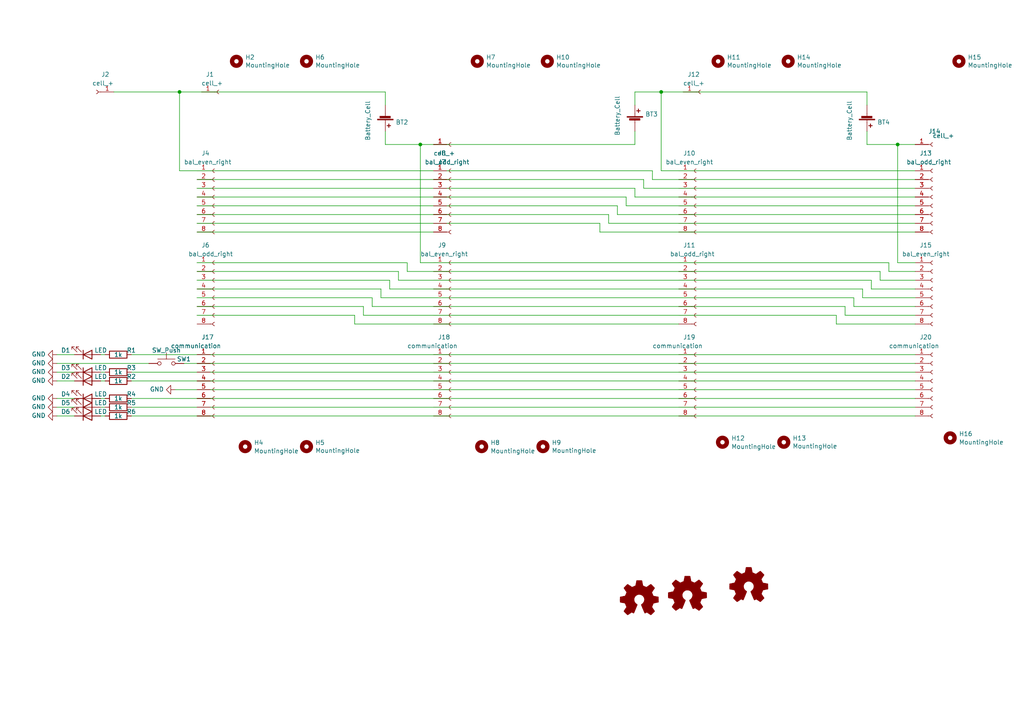
<source format=kicad_sch>
(kicad_sch (version 20230121) (generator eeschema)
  (paper "A4")
  (lib_symbols
    (symbol "Connector:Conn_01x01_Socket" (pin_names (offset 1.016) hide)
      (property "Reference" "J" (at 0 2.54 0))
      (property "Value" "Conn_01x01_Socket" (at 0 -2.54 0))
      (symbol "Conn_01x01_Socket_1_1"
        (polyline (pts (xy -1.27 0) (xy -0.508 0)) (stroke (width 0.1524)))
        (arc (start 0 0.508) (mid -0.5058 0) (end 0 -0.508) (stroke (width 0.1524)))
        (pin passive line (at -5.08 0 0) (length 3.81) (name "Pin_1") (number "1"))
      )
    )
    (symbol "Connector:Conn_01x08_Socket" (pin_names (offset 1.016) hide)
      (property "Reference" "J" (at 0 10.16 0))
      (property "Value" "Conn_01x08_Socket" (at 0 -12.7 0))
      (symbol "Conn_01x08_Socket_1_1"
        (arc (start 0 -9.652) (mid -0.5058 -10.16) (end 0 -10.668) (stroke (width 0.1524)))
        (arc (start 0 -7.112) (mid -0.5058 -7.62) (end 0 -8.128) (stroke (width 0.1524)))
        (arc (start 0 -4.572) (mid -0.5058 -5.08) (end 0 -5.588) (stroke (width 0.1524)))
        (arc (start 0 -2.032) (mid -0.5058 -2.54) (end 0 -3.048) (stroke (width 0.1524)))
        (polyline (pts (xy -1.27 -10.16) (xy -0.508 -10.16)) (stroke (width 0.1524)))
        (polyline (pts (xy -1.27 -7.62) (xy -0.508 -7.62)) (stroke (width 0.1524)))
        (polyline (pts (xy -1.27 -5.08) (xy -0.508 -5.08)) (stroke (width 0.1524)))
        (polyline (pts (xy -1.27 -2.54) (xy -0.508 -2.54)) (stroke (width 0.1524)))
        (polyline (pts (xy -1.27 0) (xy -0.508 0)) (stroke (width 0.1524)))
        (polyline (pts (xy -1.27 2.54) (xy -0.508 2.54)) (stroke (width 0.1524)))
        (polyline (pts (xy -1.27 5.08) (xy -0.508 5.08)) (stroke (width 0.1524)))
        (polyline (pts (xy -1.27 7.62) (xy -0.508 7.62)) (stroke (width 0.1524)))
        (arc (start 0 0.508) (mid -0.5058 0) (end 0 -0.508) (stroke (width 0.1524)))
        (arc (start 0 3.048) (mid -0.5058 2.54) (end 0 2.032) (stroke (width 0.1524)))
        (arc (start 0 5.588) (mid -0.5058 5.08) (end 0 4.572) (stroke (width 0.1524)))
        (arc (start 0 8.128) (mid -0.5058 7.62) (end 0 7.112) (stroke (width 0.1524)))
        (pin passive line (at -5.08 7.62 0) (length 3.81) (name "Pin_1") (number "1"))
        (pin passive line (at -5.08 5.08 0) (length 3.81) (name "Pin_2") (number "2"))
        (pin passive line (at -5.08 2.54 0) (length 3.81) (name "Pin_3") (number "3"))
        (pin passive line (at -5.08 0 0) (length 3.81) (name "Pin_4") (number "4"))
        (pin passive line (at -5.08 -2.54 0) (length 3.81) (name "Pin_5") (number "5"))
        (pin passive line (at -5.08 -5.08 0) (length 3.81) (name "Pin_6") (number "6"))
        (pin passive line (at -5.08 -7.62 0) (length 3.81) (name "Pin_7") (number "7"))
        (pin passive line (at -5.08 -10.16 0) (length 3.81) (name "Pin_8") (number "8"))
      )
    )
    (symbol "Device:Battery_Cell" (pin_numbers hide) (pin_names (offset 0) hide)
      (property "Reference" "BT" (at 2.54 2.54 0))
      (property "Value" "Battery_Cell" (at 2.54 0 0))
      (symbol "Battery_Cell_0_1"
        (rectangle (start -2.286 1.778) (end 2.286 1.524) (fill (type outline)))
        (rectangle (start -1.5748 1.1938) (end 1.4732 0.6858) (fill (type outline)))
        (polyline (pts (xy 0 0.762) (xy 0 0)))
        (polyline (pts (xy 0 1.778) (xy 0 2.54)))
        (polyline (pts (xy 0.508 3.429) (xy 1.524 3.429)) (stroke (width 0.254)))
        (polyline (pts (xy 1.016 3.937) (xy 1.016 2.921)) (stroke (width 0.254)))
      )
      (symbol "Battery_Cell_1_1"
        (pin passive line (at 0 5.08 270) (length 2.54) (name "+") (number "1"))
        (pin passive line (at 0 -2.54 90) (length 2.54) (name "-") (number "2"))
      )
    )
    (symbol "Device:LED" (pin_numbers hide) (pin_names (offset 1.016) hide)
      (property "Reference" "D" (at 0 2.54 0))
      (property "Value" "LED" (at 0 -2.54 0))
      (symbol "LED_0_1"
        (polyline (pts (xy -1.27 -1.27) (xy -1.27 1.27)) (stroke (width 0.254)))
        (polyline (pts (xy -1.27 0) (xy 1.27 0)))
        (polyline (pts (xy 1.27 -1.27) (xy 1.27 1.27) (xy -1.27 0) (xy 1.27 -1.27)) (stroke (width 0.254)))
        (polyline (pts (xy -3.048 -0.762) (xy -4.572 -2.286) (xy -3.81 -2.286) (xy -4.572 -2.286) (xy -4.572 -1.524)))
        (polyline (pts (xy -1.778 -0.762) (xy -3.302 -2.286) (xy -2.54 -2.286) (xy -3.302 -2.286) (xy -3.302 -1.524)))
      )
      (symbol "LED_1_1"
        (pin passive line (at -3.81 0 0) (length 2.54) (name "K") (number "1"))
        (pin passive line (at 3.81 0 180) (length 2.54) (name "A") (number "2"))
      )
    )
    (symbol "Device:R" (pin_numbers hide) (pin_names (offset 0))
      (property "Reference" "R" (at 2.032 0 90))
      (property "Value" "R" (at 0 0 90))
      (symbol "R_0_1"
        (rectangle (start -1.016 -2.54) (end 1.016 2.54) (stroke (width 0.254)))
      )
      (symbol "R_1_1"
        (pin passive line (at 0 3.81 270) (length 1.27) (name "~") (number "1"))
        (pin passive line (at 0 -3.81 90) (length 1.27) (name "~") (number "2"))
      )
    )
    (symbol "Graphic:Logo_Open_Hardware_Small" (in_bom no) (on_board no)
      (symbol "Logo_Open_Hardware_Small_0_1"
        (polyline (pts (xy 3.3528 -4.3434) (xy 3.302 -4.318) (xy 3.175 -4.2418) (xy 2.9972 -4.1148) (xy 2.7686 -3.9624) (xy 2.54 -3.81) (xy 2.3622 -3.7084) (xy 2.2352 -3.6068) (xy 2.1844 -3.5814) (xy 2.159 -3.6068) (xy 2.0574 -3.6576) (xy 1.905 -3.7338) (xy 1.8034 -3.7846) (xy 1.6764 -3.8354) (xy 1.6002 -3.8354) (xy 1.6002 -3.8354) (xy 1.5494 -3.7338) (xy 1.4732 -3.5306) (xy 1.3462 -3.302) (xy 1.2446 -3.0226) (xy 1.1176 -2.7178) (xy 0.9652 -2.413) (xy 0.8636 -2.1082) (xy 0.7366 -1.8288) (xy 0.6604 -1.6256) (xy 0.6096 -1.4732) (xy 0.5842 -1.397) (xy 0.5842 -1.397) (xy 0.6604 -1.3208) (xy 0.7874 -1.2446) (xy 1.0414 -1.016) (xy 1.2954 -0.6858) (xy 1.4478 -0.3302) (xy 1.524 0.0762) (xy 1.4732 0.4572) (xy 1.3208 0.8128) (xy 1.0668 1.143) (xy 0.762 1.3716) (xy 0.4064 1.524) (xy 0 1.5748) (xy -0.381 1.5494) (xy -0.7366 1.397) (xy -1.0668 1.143) (xy -1.2192 0.9906) (xy -1.397 0.6604) (xy -1.524 0.3048) (xy -1.524 0.2286) (xy -1.4986 -0.1778) (xy -1.397 -0.5334) (xy -1.1938 -0.8636) (xy -0.9144 -1.143) (xy -0.8636 -1.1684) (xy -0.7366 -1.27) (xy -0.635 -1.3462) (xy -0.5842 -1.397) (xy -1.0668 -2.5908) (xy -1.143 -2.794) (xy -1.2954 -3.1242) (xy -1.397 -3.4036) (xy -1.4986 -3.6322) (xy -1.5748 -3.7846) (xy -1.6002 -3.8354) (xy -1.6002 -3.8354) (xy -1.651 -3.8354) (xy -1.7272 -3.81) (xy -1.905 -3.7338) (xy -2.0066 -3.683) (xy -2.1336 -3.6068) (xy -2.2098 -3.5814) (xy -2.2606 -3.6068) (xy -2.3622 -3.683) (xy -2.54 -3.81) (xy -2.7686 -3.9624) (xy -2.9718 -4.0894) (xy -3.1496 -4.2164) (xy -3.302 -4.318) (xy -3.3528 -4.3434) (xy -3.3782 -4.3434) (xy -3.429 -4.318) (xy -3.5306 -4.2164) (xy -3.7084 -4.064) (xy -3.937 -3.8354) (xy -3.9624 -3.81) (xy -4.1656 -3.6068) (xy -4.318 -3.4544) (xy -4.4196 -3.3274) (xy -4.445 -3.2766) (xy -4.445 -3.2766) (xy -4.4196 -3.2258) (xy -4.318 -3.0734) (xy -4.2164 -2.8956) (xy -4.064 -2.667) (xy -3.6576 -2.0828) (xy -3.8862 -1.5494) (xy -3.937 -1.3716) (xy -4.0386 -1.1684) (xy -4.0894 -1.0414) (xy -4.1148 -0.9652) (xy -4.191 -0.9398) (xy -4.318 -0.9144) (xy -4.5466 -0.8636) (xy -4.8006 -0.8128) (xy -5.0546 -0.7874) (xy -5.2578 -0.7366) (xy -5.4356 -0.7112) (xy -5.5118 -0.6858) (xy -5.5118 -0.6858) (xy -5.5372 -0.635) (xy -5.5372 -0.5588) (xy -5.5372 -0.4318) (xy -5.5626 -0.2286) (xy -5.5626 0.0762) (xy -5.5626 0.127) (xy -5.5372 0.4064) (xy -5.5372 0.635) (xy -5.5372 0.762) (xy -5.5372 0.8382) (xy -5.5372 0.8382) (xy -5.461 0.8382) (xy -5.3086 0.889) (xy -5.08 0.9144) (xy -4.826 0.9652) (xy -4.8006 0.9906) (xy -4.5466 1.0414) (xy -4.318 1.0668) (xy -4.1656 1.1176) (xy -4.0894 1.143) (xy -4.0894 1.143) (xy -4.0386 1.2446) (xy -3.9624 1.4224) (xy -3.8608 1.6256) (xy -3.7846 1.8288) (xy -3.7084 2.0066) (xy -3.6576 2.159) (xy -3.6322 2.2098) (xy -3.6322 2.2098) (xy -3.683 2.286) (xy -3.7592 2.413) (xy -3.8862 2.5908) (xy -4.064 2.8194) (xy -4.064 2.8448) (xy -4.2164 3.0734) (xy -4.3434 3.2512) (xy -4.4196 3.3782) (xy -4.445 3.4544) (xy -4.445 3.4544) (xy -4.3942 3.5052) (xy -4.2926 3.6322) (xy -4.1148 3.81) (xy -3.937 4.0132) (xy -3.8608 4.064) (xy -3.6576 4.2926) (xy -3.5052 4.4196) (xy -3.4036 4.4958) (xy -3.3528 4.5212) (xy -3.3528 4.5212) (xy -3.302 4.4704) (xy -3.1496 4.3688) (xy -2.9718 4.2418) (xy -2.7432 4.0894) (xy -2.7178 4.0894) (xy -2.4892 3.937) (xy -2.3114 3.81) (xy -2.1844 3.7084) (xy -2.1336 3.683) (xy -2.1082 3.683) (xy -2.032 3.7084) (xy -1.8542 3.7592) (xy -1.6764 3.8354) (xy -1.4732 3.937) (xy -1.27 4.0132) (xy -1.143 4.064) (xy -1.0668 4.1148) (xy -1.0668 4.1148) (xy -1.0414 4.191) (xy -1.016 4.3434) (xy -0.9652 4.572) (xy -0.9144 4.8514) (xy -0.889 4.9022) (xy -0.8382 5.1562) (xy -0.8128 5.3848) (xy -0.7874 5.5372) (xy -0.762 5.588) (xy -0.7112 5.6134) (xy -0.5842 5.6134) (xy -0.4064 5.6134) (xy -0.1524 5.6134) (xy 0.0762 5.6134) (xy 0.3302 5.6134) (xy 0.5334 5.6134) (xy 0.6858 5.588) (xy 0.7366 5.588) (xy 0.7366 5.588) (xy 0.762 5.5118) (xy 0.8128 5.334) (xy 0.8382 5.1054) (xy 0.9144 4.826) (xy 0.9144 4.7752) (xy 0.9652 4.5212) (xy 1.016 4.2926) (xy 1.0414 4.1402) (xy 1.0668 4.0894) (xy 1.0668 4.0894) (xy 1.1938 4.0386) (xy 1.3716 3.9624) (xy 1.5748 3.8608) (xy 2.0828 3.6576) (xy 2.7178 4.0894) (xy 2.7686 4.1402) (xy 2.9972 4.2926) (xy 3.175 4.4196) (xy 3.302 4.4958) (xy 3.3782 4.5212) (xy 3.3782 4.5212) (xy 3.429 4.4704) (xy 3.556 4.3434) (xy 3.7338 4.191) (xy 3.9116 3.9878) (xy 4.064 3.8354) (xy 4.2418 3.6576) (xy 4.3434 3.556) (xy 4.4196 3.4798) (xy 4.4196 3.429) (xy 4.4196 3.4036) (xy 4.3942 3.3274) (xy 4.2926 3.2004) (xy 4.1656 2.9972) (xy 4.0132 2.794) (xy 3.8862 2.5908) (xy 3.7592 2.3876) (xy 3.6576 2.2352) (xy 3.6322 2.159) (xy 3.6322 2.1336) (xy 3.683 2.0066) (xy 3.7592 1.8288) (xy 3.8608 1.6002) (xy 4.064 1.1176) (xy 4.3942 1.0414) (xy 4.5974 1.016) (xy 4.8768 0.9652) (xy 5.1308 0.9144) (xy 5.5372 0.8382) (xy 5.5626 -0.6604) (xy 5.4864 -0.6858) (xy 5.4356 -0.6858) (xy 5.2832 -0.7366) (xy 5.0546 -0.762) (xy 4.8006 -0.8128) (xy 4.5974 -0.8636) (xy 4.3688 -0.9144) (xy 4.2164 -0.9398) (xy 4.1402 -0.9398) (xy 4.1148 -0.9652) (xy 4.064 -1.0668) (xy 3.9878 -1.2446) (xy 3.9116 -1.4478) (xy 3.81 -1.651) (xy 3.7338 -1.8542) (xy 3.683 -2.0066) (xy 3.6576 -2.0828) (xy 3.683 -2.1336) (xy 3.7846 -2.2606) (xy 3.8862 -2.4638) (xy 4.0386 -2.667) (xy 4.191 -2.8956) (xy 4.318 -3.0734) (xy 4.3942 -3.2004) (xy 4.445 -3.2766) (xy 4.4196 -3.3274) (xy 4.3434 -3.429) (xy 4.1656 -3.5814) (xy 3.937 -3.8354) (xy 3.8862 -3.8608) (xy 3.683 -4.064) (xy 3.5306 -4.2164) (xy 3.4036 -4.318) (xy 3.3528 -4.3434)) (fill (type outline)))
      )
    )
    (symbol "Mechanical:MountingHole" (pin_names (offset 1.016))
      (property "Reference" "H" (at 0 5.08 0))
      (property "Value" "MountingHole" (at 0 3.175 0))
      (symbol "MountingHole_0_1"
        (circle (center 0 0) (radius 1.27) (stroke (width 1.27)))
      )
    )
    (symbol "Switch:SW_Push" (pin_numbers hide) (pin_names (offset 1.016) hide)
      (property "Reference" "SW" (at 1.27 2.54 0))
      (property "Value" "SW_Push" (at 0 -1.524 0))
      (symbol "SW_Push_0_1"
        (circle (center -2.032 0) (radius 0.508))
        (polyline (pts (xy 0 1.27) (xy 0 3.048)))
        (polyline (pts (xy 2.54 1.27) (xy -2.54 1.27)))
        (circle (center 2.032 0) (radius 0.508))
        (pin passive line (at -5.08 0 0) (length 2.54) (name "1") (number "1"))
        (pin passive line (at 5.08 0 180) (length 2.54) (name "2") (number "2"))
      )
    )
    (symbol "power:GND" (power) (pin_names (offset 0))
      (property "Value" "GND" (at 0 -3.81 0))
      (symbol "GND_0_1"
        (polyline (pts (xy 0 0) (xy 0 -1.27) (xy 1.27 -1.27) (xy 0 -2.54) (xy -1.27 -1.27) (xy 0 -1.27)))
      )
      (symbol "GND_1_1"
        (pin power_in line (at 0 0 270) (length 0) hide (name "GND") (number "1"))
      )
    )
  )
  (junction (at 191.77 26.67))
  (junction (at 52.07 26.67))
  (junction (at 121.92 41.91))
  (junction (at 260.35 41.91))
  (wire (pts (xy 184.15 41.91) (xy 184.15 38.1)))
  (wire (pts (xy 251.46 26.67) (xy 251.46 30.48)))
  (wire (pts (xy 38.1 110.49) (xy 265.43 110.49)))
  (wire (pts (xy 111.76 41.91) (xy 121.92 41.91)))
  (wire (pts (xy 247.65 86.36) (xy 247.65 88.9)))
  (wire (pts (xy 57.15 83.82) (xy 110.49 83.82)))
  (wire (pts (xy 260.35 41.91) (xy 251.46 41.91)))
  (wire (pts (xy 118.11 76.2) (xy 118.11 78.74)))
  (wire (pts (xy 113.03 83.82) (xy 250.19 83.82)))
  (wire (pts (xy 30.48 120.65) (xy 29.21 120.65)))
  (wire (pts (xy 57.15 54.61) (xy 184.15 54.61)))
  (wire (pts (xy 50.8 113.03) (xy 265.43 113.03)))
  (wire (pts (xy 38.1 115.57) (xy 265.43 115.57)))
  (wire (pts (xy 57.15 78.74) (xy 115.57 78.74)))
  (wire (pts (xy 260.35 76.2) (xy 260.35 41.91)))
  (wire (pts (xy 111.76 38.1) (xy 111.76 41.91)))
  (wire (pts (xy 113.03 81.28) (xy 113.03 83.82)))
  (wire (pts (xy 57.15 64.77) (xy 173.99 64.77)))
  (wire (pts (xy 242.57 91.44) (xy 242.57 93.98)))
  (wire (pts (xy 57.15 91.44) (xy 102.87 91.44)))
  (wire (pts (xy 102.87 93.98) (xy 196.85 93.98)))
  (wire (pts (xy 184.15 30.48) (xy 184.15 26.67)))
  (wire (pts (xy 38.1 107.95) (xy 265.43 107.95)))
  (wire (pts (xy 115.57 81.28) (xy 252.73 81.28)))
  (wire (pts (xy 21.59 110.49) (xy 16.51 110.49)))
  (wire (pts (xy 30.48 110.49) (xy 29.21 110.49)))
  (wire (pts (xy 189.23 52.07) (xy 265.43 52.07)))
  (wire (pts (xy 191.77 49.53) (xy 191.77 26.67)))
  (wire (pts (xy 111.76 26.67) (xy 111.76 30.48)))
  (wire (pts (xy 250.19 83.82) (xy 250.19 86.36)))
  (wire (pts (xy 245.11 88.9) (xy 245.11 91.44)))
  (wire (pts (xy 179.07 59.69) (xy 179.07 62.23)))
  (wire (pts (xy 191.77 49.53) (xy 265.43 49.53)))
  (wire (pts (xy 21.59 115.57) (xy 16.51 115.57)))
  (wire (pts (xy 57.15 76.2) (xy 118.11 76.2)))
  (wire (pts (xy 21.59 118.11) (xy 16.51 118.11)))
  (wire (pts (xy 121.92 76.2) (xy 257.81 76.2)))
  (wire (pts (xy 250.19 86.36) (xy 265.43 86.36)))
  (wire (pts (xy 107.95 86.36) (xy 107.95 88.9)))
  (wire (pts (xy 181.61 57.15) (xy 181.61 59.69)))
  (wire (pts (xy 176.53 62.23) (xy 176.53 64.77)))
  (wire (pts (xy 257.81 76.2) (xy 257.81 78.74)))
  (wire (pts (xy 38.1 118.11) (xy 265.43 118.11)))
  (wire (pts (xy 57.15 57.15) (xy 181.61 57.15)))
  (wire (pts (xy 255.27 78.74) (xy 255.27 81.28)))
  (wire (pts (xy 255.27 81.28) (xy 265.43 81.28)))
  (wire (pts (xy 118.11 78.74) (xy 255.27 78.74)))
  (wire (pts (xy 173.99 64.77) (xy 173.99 67.31)))
  (wire (pts (xy 43.18 105.41) (xy 16.51 105.41)))
  (wire (pts (xy 30.48 115.57) (xy 29.21 115.57)))
  (wire (pts (xy 191.77 26.67) (xy 251.46 26.67)))
  (wire (pts (xy 57.15 52.07) (xy 186.69 52.07)))
  (wire (pts (xy 52.07 26.67) (xy 111.76 26.67)))
  (wire (pts (xy 247.65 88.9) (xy 265.43 88.9)))
  (wire (pts (xy 57.15 62.23) (xy 176.53 62.23)))
  (wire (pts (xy 181.61 59.69) (xy 265.43 59.69)))
  (wire (pts (xy 110.49 86.36) (xy 247.65 86.36)))
  (wire (pts (xy 173.99 67.31) (xy 265.43 67.31)))
  (wire (pts (xy 121.92 41.91) (xy 184.15 41.91)))
  (wire (pts (xy 257.81 78.74) (xy 265.43 78.74)))
  (wire (pts (xy 38.1 102.87) (xy 265.43 102.87)))
  (wire (pts (xy 21.59 102.87) (xy 16.51 102.87)))
  (wire (pts (xy 105.41 88.9) (xy 105.41 91.44)))
  (wire (pts (xy 184.15 26.67) (xy 191.77 26.67)))
  (wire (pts (xy 38.1 120.65) (xy 265.43 120.65)))
  (wire (pts (xy 57.15 88.9) (xy 105.41 88.9)))
  (wire (pts (xy 252.73 81.28) (xy 252.73 83.82)))
  (wire (pts (xy 110.49 83.82) (xy 110.49 86.36)))
  (wire (pts (xy 115.57 78.74) (xy 115.57 81.28)))
  (wire (pts (xy 265.43 76.2) (xy 260.35 76.2)))
  (wire (pts (xy 57.15 86.36) (xy 107.95 86.36)))
  (wire (pts (xy 52.07 49.53) (xy 189.23 49.53)))
  (wire (pts (xy 52.07 49.53) (xy 52.07 26.67)))
  (wire (pts (xy 252.73 83.82) (xy 265.43 83.82)))
  (wire (pts (xy 186.69 54.61) (xy 265.43 54.61)))
  (wire (pts (xy 57.15 81.28) (xy 113.03 81.28)))
  (wire (pts (xy 53.34 105.41) (xy 265.43 105.41)))
  (wire (pts (xy 184.15 54.61) (xy 184.15 57.15)))
  (wire (pts (xy 21.59 120.65) (xy 16.51 120.65)))
  (wire (pts (xy 33.02 26.67) (xy 52.07 26.67)))
  (wire (pts (xy 30.48 107.95) (xy 29.21 107.95)))
  (wire (pts (xy 260.35 41.91) (xy 265.43 41.91)))
  (wire (pts (xy 189.23 49.53) (xy 189.23 52.07)))
  (wire (pts (xy 179.07 62.23) (xy 265.43 62.23)))
  (wire (pts (xy 30.48 118.11) (xy 29.21 118.11)))
  (wire (pts (xy 121.92 76.2) (xy 121.92 41.91)))
  (wire (pts (xy 30.48 102.87) (xy 29.21 102.87)))
  (wire (pts (xy 245.11 91.44) (xy 265.43 91.44)))
  (wire (pts (xy 102.87 91.44) (xy 102.87 93.98)))
  (wire (pts (xy 251.46 38.1) (xy 251.46 41.91)))
  (wire (pts (xy 57.15 67.31) (xy 125.73 67.31)))
  (wire (pts (xy 186.69 52.07) (xy 186.69 54.61)))
  (wire (pts (xy 57.15 59.69) (xy 179.07 59.69)))
  (wire (pts (xy 184.15 57.15) (xy 265.43 57.15)))
  (wire (pts (xy 242.57 93.98) (xy 265.43 93.98)))
  (wire (pts (xy 105.41 91.44) (xy 242.57 91.44)))
  (wire (pts (xy 21.59 107.95) (xy 16.51 107.95)))
  (wire (pts (xy 176.53 64.77) (xy 265.43 64.77)))
  (wire (pts (xy 107.95 88.9) (xy 245.11 88.9)))
  (symbol (lib_id "Connector:Conn_01x08_Socket") (at 62.23 83.82 0) (unit 1)
    (property "Reference" "J6" (at 58.42 71.12 0) (effects (justify left)))
    (property "Value" "bal_odd_right" (at 54.61 73.66 0) (effects (justify left)))
    (property "Footprint" "telec:Castellated_1x08_P2.54mm" (effects hide))
  )
  (symbol (lib_id "Connector:Conn_01x01_Socket") (at 63.5 26.67 0) (unit 1)
    (property "Reference" "J1" (at 59.69 21.59 0) (effects (justify left)))
    (property "Value" "cell_+" (at 58.42 24.13 0) (effects (justify left)))
    (property "Footprint" "telec:Castellated_1x01_P5.08mm_Triple" (effects hide))
  )
  (symbol (lib_id "Device:Battery_Cell") (at 111.76 33.02 0) (mirror x) (unit 1)
    (property "Reference" "BT2" (at 114.7572 35.4584 0) (effects (justify left)))
    (property "Value" "Battery_Cell" (at 106.68 29.21 90) (effects (justify left)))
    (property "Footprint" "telec:Cell_18650" (effects hide))
  )
  (symbol (lib_id "Connector:Conn_01x08_Socket") (at 130.81 83.82 0) (unit 1)
    (property "Reference" "J9" (at 127 71.12 0) (effects (justify left)))
    (property "Value" "bal_even_right" (at 121.92 73.66 0) (effects (justify left)))
    (property "Footprint" "telec:Castellated_1x08_P2.54mm" (effects hide))
  )
  (symbol (lib_id "Connector:Conn_01x08_Socket") (at 130.81 57.15 0) (unit 1)
    (property "Reference" "J8" (at 127 44.45 0) (effects (justify left)))
    (property "Value" "bal_odd_right" (at 123.19 46.99 0) (effects (justify left)))
    (property "Footprint" "telec:Castellated_1x08_P2.54mm" (effects hide))
  )
  (symbol (lib_id "Connector:Conn_01x01_Socket") (at 130.81 41.91 0) (mirror x) (unit 1)
    (property "Reference" "J7" (at 127 46.99 0) (effects (justify left)))
    (property "Value" "cell_+" (at 125.73 44.45 0) (effects (justify left)))
    (property "Footprint" "telec:Castellated_1x01_P5.08mm_Triple" (effects hide))
  )
  (symbol (lib_id "Mechanical:MountingHole") (at 139.7 129.54 0) (unit 1)
    (property "Reference" "H8" (at 142.24 128.3716 0) (effects (justify left)))
    (property "Value" "MountingHole" (at 142.24 130.81 0) (effects (justify left)))
    (property "Footprint" "MountingHole:MountingHole_2mm" (effects hide))
  )
  (symbol (lib_id "Connector:Conn_01x08_Socket") (at 62.23 57.15 0) (unit 1)
    (property "Reference" "J4" (at 58.42 44.45 0) (effects (justify left)))
    (property "Value" "bal_even_right" (at 53.34 46.99 0) (effects (justify left)))
    (property "Footprint" "telec:Castellated_1x08_P2.54mm" (effects hide))
  )
  (symbol (lib_id "Mechanical:MountingHole") (at 68.58 17.78 0) (unit 1)
    (property "Reference" "H2" (at 71.12 16.6116 0) (effects (justify left)))
    (property "Value" "MountingHole" (at 71.12 18.923 0) (effects (justify left)))
    (property "Footprint" "MountingHole:MountingHole_2mm" (effects hide))
  )
  (symbol (lib_id "Mechanical:MountingHole") (at 71.12 129.54 0) (unit 1)
    (property "Reference" "H4" (at 73.66 128.3716 0) (effects (justify left)))
    (property "Value" "MountingHole" (at 73.66 130.81 0) (effects (justify left)))
    (property "Footprint" "MountingHole:MountingHole_2mm" (effects hide))
  )
  (symbol (lib_id "Mechanical:MountingHole") (at 88.9 17.78 0) (unit 1)
    (property "Reference" "H6" (at 91.44 16.6116 0) (effects (justify left)))
    (property "Value" "MountingHole" (at 91.44 18.923 0) (effects (justify left)))
    (property "Footprint" "MountingHole:MountingHole_2mm" (effects hide))
  )
  (symbol (lib_id "Mechanical:MountingHole") (at 138.43 17.78 0) (unit 1)
    (property "Reference" "H7" (at 140.97 16.6116 0) (effects (justify left)))
    (property "Value" "MountingHole" (at 140.97 18.923 0) (effects (justify left)))
    (property "Footprint" "MountingHole:MountingHole_2mm" (effects hide))
  )
  (symbol (lib_id "Mechanical:MountingHole") (at 88.9 129.54 0) (unit 1)
    (property "Reference" "H5" (at 91.44 128.3716 0) (effects (justify left)))
    (property "Value" "MountingHole" (at 91.44 130.683 0) (effects (justify left)))
    (property "Footprint" "MountingHole:MountingHole_2mm" (effects hide))
  )
  (symbol (lib_id "Connector:Conn_01x08_Socket") (at 62.23 110.49 0) (unit 1)
    (property "Reference" "J17" (at 58.42 97.79 0) (effects (justify left)))
    (property "Value" "communication" (at 49.53 100.33 0) (effects (justify left)))
    (property "Footprint" "telec:DualSide_2x05_P1.27mm_Vertical_SMD" (effects hide))
  )
  (symbol (lib_id "Connector:Conn_01x08_Socket") (at 130.81 110.49 0) (unit 1)
    (property "Reference" "J18" (at 127 97.79 0) (effects (justify left)))
    (property "Value" "communication" (at 118.11 100.33 0) (effects (justify left)))
    (property "Footprint" "telec:DualSide_2x05_P1.27mm_Vertical_SMD" (effects hide))
  )
  (symbol (lib_id "Connector:Conn_01x08_Socket") (at 201.93 57.15 0) (unit 1)
    (property "Reference" "J10" (at 198.12 44.45 0) (effects (justify left)))
    (property "Value" "bal_even_right" (at 193.04 46.99 0) (effects (justify left)))
    (property "Footprint" "telec:Castellated_1x08_P2.54mm" (effects hide))
  )
  (symbol (lib_id "Mechanical:MountingHole") (at 228.6 17.78 0) (unit 1)
    (property "Reference" "H14" (at 231.14 16.6116 0) (effects (justify left)))
    (property "Value" "MountingHole" (at 231.14 18.923 0) (effects (justify left)))
    (property "Footprint" "MountingHole:MountingHole_2mm" (effects hide))
  )
  (symbol (lib_id "Connector:Conn_01x08_Socket") (at 201.93 83.82 0) (unit 1)
    (property "Reference" "J11" (at 198.12 71.12 0) (effects (justify left)))
    (property "Value" "bal_odd_right" (at 194.31 73.66 0) (effects (justify left)))
    (property "Footprint" "telec:Castellated_1x08_P2.54mm" (effects hide))
  )
  (symbol (lib_id "Connector:Conn_01x08_Socket") (at 201.93 110.49 0) (unit 1)
    (property "Reference" "J19" (at 198.12 97.79 0) (effects (justify left)))
    (property "Value" "communication" (at 189.23 100.33 0) (effects (justify left)))
    (property "Footprint" "telec:DualSide_2x05_P1.27mm_Vertical_SMD" (effects hide))
  )
  (symbol (lib_id "Connector:Conn_01x08_Socket") (at 270.51 110.49 0) (unit 1)
    (property "Reference" "J20" (at 266.7 97.79 0) (effects (justify left)))
    (property "Value" "communication" (at 257.81 100.33 0) (effects (justify left)))
    (property "Footprint" "telec:DualSide_2x05_P1.27mm_Vertical_SMD" (effects hide))
  )
  (symbol (lib_id "Device:Battery_Cell") (at 184.15 35.56 0) (unit 1)
    (property "Reference" "BT3" (at 187.1472 33.1216 0) (effects (justify left)))
    (property "Value" "Battery_Cell" (at 179.07 39.37 90) (effects (justify left)))
    (property "Footprint" "telec:Cell_18650" (effects hide))
  )
  (symbol (lib_id "Connector:Conn_01x01_Socket") (at 203.2 26.67 0) (unit 1)
    (property "Reference" "J12" (at 199.39 21.59 0) (effects (justify left)))
    (property "Value" "cell_+" (at 198.12 24.13 0) (effects (justify left)))
    (property "Footprint" "telec:Castellated_1x01_P5.08mm_Triple" (effects hide))
  )
  (symbol (lib_id "Mechanical:MountingHole") (at 158.75 17.78 0) (unit 1)
    (property "Reference" "H10" (at 161.29 16.6116 0) (effects (justify left)))
    (property "Value" "MountingHole" (at 161.29 18.923 0) (effects (justify left)))
    (property "Footprint" "MountingHole:MountingHole_2mm" (effects hide))
  )
  (symbol (lib_id "Mechanical:MountingHole") (at 208.28 17.78 0) (unit 1)
    (property "Reference" "H11" (at 210.82 16.6116 0) (effects (justify left)))
    (property "Value" "MountingHole" (at 210.82 18.923 0) (effects (justify left)))
    (property "Footprint" "MountingHole:MountingHole_2mm" (effects hide))
  )
  (symbol (lib_id "Mechanical:MountingHole") (at 157.48 129.54 0) (unit 1)
    (property "Reference" "H9" (at 160.02 128.3716 0) (effects (justify left)))
    (property "Value" "MountingHole" (at 160.02 130.683 0) (effects (justify left)))
    (property "Footprint" "MountingHole:MountingHole_2mm" (effects hide))
  )
  (symbol (lib_id "Mechanical:MountingHole") (at 209.55 128.27 0) (unit 1)
    (property "Reference" "H12" (at 212.09 127.1016 0) (effects (justify left)))
    (property "Value" "MountingHole" (at 212.09 129.54 0) (effects (justify left)))
    (property "Footprint" "MountingHole:MountingHole_2mm" (effects hide))
  )
  (symbol (lib_id "Device:Battery_Cell") (at 251.46 33.02 0) (mirror x) (unit 1)
    (property "Reference" "BT4" (at 254.4572 35.4584 0) (effects (justify left)))
    (property "Value" "Battery_Cell" (at 246.38 29.21 90) (effects (justify left)))
    (property "Footprint" "telec:Cell_18650" (effects hide))
  )
  (symbol (lib_id "Connector:Conn_01x08_Socket") (at 270.51 83.82 0) (unit 1)
    (property "Reference" "J15" (at 266.7 71.12 0) (effects (justify left)))
    (property "Value" "bal_even_right" (at 261.62 73.66 0) (effects (justify left)))
    (property "Footprint" "telec:Castellated_1x08_P2.54mm" (effects hide))
  )
  (symbol (lib_id "Connector:Conn_01x08_Socket") (at 270.51 57.15 0) (unit 1)
    (property "Reference" "J14" (at 269.24 38.1 0) (effects (justify left)))
    (property "Value" "bal_odd_right" (at 262.89 46.99 0) (effects (justify left)))
    (property "Footprint" "telec:Castellated_1x08_P2.54mm" (effects hide))
  )
  (symbol (lib_id "Connector:Conn_01x01_Socket") (at 270.51 41.91 0) (mirror x) (unit 1)
    (property "Reference" "J13" (at 266.7 44.45 0) (effects (justify left)))
    (property "Value" "cell_+" (at 270.51 39.37 0) (effects (justify left)))
    (property "Footprint" "telec:Castellated_1x01_P5.08mm_Double" (effects hide))
  )
  (symbol (lib_id "Mechanical:MountingHole") (at 278.13 17.78 0) (unit 1)
    (property "Reference" "H15" (at 280.67 16.6116 0) (effects (justify left)))
    (property "Value" "MountingHole" (at 280.67 18.923 0) (effects (justify left)))
    (property "Footprint" "MountingHole:MountingHole_2mm" (effects hide))
  )
  (symbol (lib_id "Mechanical:MountingHole") (at 227.33 128.27 0) (unit 1)
    (property "Reference" "H13" (at 229.87 127.1016 0) (effects (justify left)))
    (property "Value" "MountingHole" (at 229.87 129.413 0) (effects (justify left)))
    (property "Footprint" "MountingHole:MountingHole_2mm" (effects hide))
  )
  (symbol (lib_id "Mechanical:MountingHole") (at 275.59 127 0) (unit 1)
    (property "Reference" "H16" (at 278.13 125.8316 0) (effects (justify left)))
    (property "Value" "MountingHole" (at 278.13 128.27 0) (effects (justify left)))
    (property "Footprint" "MountingHole:MountingHole_2mm" (effects hide))
  )
  (symbol (lib_id "Connector:Conn_01x01_Socket") (at 27.94 26.67 0) (mirror y) (unit 1)
    (property "Reference" "J2" (at 31.75 21.59 0) (effects (justify left)))
    (property "Value" "cell_+" (at 33.02 24.13 0) (effects (justify left)))
    (property "Footprint" "Connector_Pin:Pin_D1.3mm_L11.0mm_LooseFit" (effects hide))
  )
  (symbol (lib_id "Device:LED") (at 25.4 102.87 0) (mirror x) (unit 1)
    (property "Reference" "D1" (at 19.05 101.6 0))
    (property "Value" "LED" (at 29.21 101.6 0))
    (property "Footprint" "LED_SMD:LED_1206_3216Metric" (effects hide))
  )
  (symbol (lib_id "Device:R") (at 34.29 102.87 90) (mirror x) (unit 1)
    (property "Reference" "R1" (at 38.1 101.6 90))
    (property "Value" "1k" (at 34.29 102.87 90))
    (property "Footprint" "Resistor_SMD:R_0805_2012Metric" (effects hide))
  )
  (symbol (lib_id "Switch:SW_Push") (at 48.26 105.41 0) (mirror y) (unit 1)
    (property "Reference" "SW1" (at 53.34 104.14 0))
    (property "Value" "SW_Push" (at 48.26 101.6 0))
    (property "Footprint" "Button_Switch_SMD:SW_Push_SPST_NO_Alps_SKRK" (effects hide))
  )
  (symbol (lib_id "power:GND") (at 50.8 113.03 270) (mirror x) (unit 1)
    (property "Reference" "#PWR01" (effects hide))
    (property "Value" "GND" (at 47.5488 112.903 90) (effects (justify right)))
  )
  (symbol (lib_id "power:GND") (at 16.51 102.87 270) (mirror x) (unit 1)
    (property "Reference" "#PWR03" (effects hide))
    (property "Value" "GND" (at 13.2588 102.743 90) (effects (justify right)))
  )
  (symbol (lib_id "power:GND") (at 16.51 105.41 270) (mirror x) (unit 1)
    (property "Reference" "#PWR02" (effects hide))
    (property "Value" "GND" (at 13.2588 105.283 90) (effects (justify right)))
  )
  (symbol (lib_id "Device:LED") (at 25.4 110.49 0) (mirror x) (unit 1)
    (property "Reference" "D2" (at 19.05 109.22 0))
    (property "Value" "LED" (at 29.21 109.22 0))
    (property "Footprint" "LED_SMD:LED_1206_3216Metric" (effects hide))
  )
  (symbol (lib_id "Device:R") (at 34.29 110.49 90) (mirror x) (unit 1)
    (property "Reference" "R2" (at 38.1 109.22 90))
    (property "Value" "1k" (at 34.29 110.49 90))
    (property "Footprint" "Resistor_SMD:R_0805_2012Metric" (effects hide))
  )
  (symbol (lib_id "power:GND") (at 16.51 110.49 270) (mirror x) (unit 1)
    (property "Reference" "#PWR04" (effects hide))
    (property "Value" "GND" (at 13.2588 110.363 90) (effects (justify right)))
  )
  (symbol (lib_id "Device:LED") (at 25.4 107.95 0) (mirror x) (unit 1)
    (property "Reference" "D3" (at 19.05 106.68 0))
    (property "Value" "LED" (at 29.21 106.68 0))
    (property "Footprint" "LED_SMD:LED_1206_3216Metric" (effects hide))
  )
  (symbol (lib_id "Device:R") (at 34.29 107.95 90) (mirror x) (unit 1)
    (property "Reference" "R3" (at 38.1 106.68 90))
    (property "Value" "1k" (at 34.29 107.95 90))
    (property "Footprint" "Resistor_SMD:R_0805_2012Metric" (effects hide))
  )
  (symbol (lib_id "power:GND") (at 16.51 107.95 270) (mirror x) (unit 1)
    (property "Reference" "#PWR05" (effects hide))
    (property "Value" "GND" (at 13.2588 107.823 90) (effects (justify right)))
  )
  (symbol (lib_id "Device:LED") (at 25.4 115.57 0) (mirror x) (unit 1)
    (property "Reference" "D4" (at 19.05 114.3 0))
    (property "Value" "LED" (at 29.21 114.3 0))
    (property "Footprint" "LED_SMD:LED_1206_3216Metric" (effects hide))
  )
  (symbol (lib_id "Device:R") (at 34.29 115.57 90) (mirror x) (unit 1)
    (property "Reference" "R4" (at 38.1 114.3 90))
    (property "Value" "1k" (at 34.29 115.57 90))
    (property "Footprint" "Resistor_SMD:R_0805_2012Metric" (effects hide))
  )
  (symbol (lib_id "power:GND") (at 16.51 115.57 270) (mirror x) (unit 1)
    (property "Reference" "#PWR06" (effects hide))
    (property "Value" "GND" (at 13.2588 115.443 90) (effects (justify right)))
  )
  (symbol (lib_id "Device:LED") (at 25.4 118.11 0) (mirror x) (unit 1)
    (property "Reference" "D5" (at 19.05 116.84 0))
    (property "Value" "LED" (at 29.21 116.84 0))
    (property "Footprint" "LED_SMD:LED_1206_3216Metric" (effects hide))
  )
  (symbol (lib_id "Device:R") (at 34.29 118.11 90) (mirror x) (unit 1)
    (property "Reference" "R5" (at 38.1 116.84 90))
    (property "Value" "1k" (at 34.29 118.11 90))
    (property "Footprint" "Resistor_SMD:R_0805_2012Metric" (effects hide))
  )
  (symbol (lib_id "power:GND") (at 16.51 118.11 270) (mirror x) (unit 1)
    (property "Reference" "#PWR07" (effects hide))
    (property "Value" "GND" (at 13.2588 117.983 90) (effects (justify right)))
  )
  (symbol (lib_id "Device:LED") (at 25.4 120.65 0) (mirror x) (unit 1)
    (property "Reference" "D6" (at 19.05 119.38 0))
    (property "Value" "LED" (at 29.21 119.38 0))
    (property "Footprint" "LED_SMD:LED_1206_3216Metric" (effects hide))
  )
  (symbol (lib_id "Device:R") (at 34.29 120.65 90) (mirror x) (unit 1)
    (property "Reference" "R6" (at 38.1 119.38 90))
    (property "Value" "1k" (at 34.29 120.65 90))
    (property "Footprint" "Resistor_SMD:R_0805_2012Metric" (effects hide))
  )
  (symbol (lib_id "power:GND") (at 16.51 120.65 270) (mirror x) (unit 1)
    (property "Reference" "#PWR08" (effects hide))
    (property "Value" "GND" (at 13.2588 120.523 90) (effects (justify right)))
  )
  (symbol (lib_id "Graphic:Logo_Open_Hardware_Small") (at 185.42 173.99 0) (unit 1)
    (property "Reference" "LOGO1" (effects hide))
    (property "Value" "Logo_Open_Hardware_Small" (effects hide))
    (property "Footprint" "logo:batpacked-24" (effects hide))
  )
  (symbol (lib_id "Graphic:Logo_Open_Hardware_Small") (at 199.39 172.72 0) (unit 1)
    (property "Reference" "LOGO3" (effects hide))
    (property "Value" "Logo_Open_Hardware_Small" (effects hide))
    (property "Footprint" "logo:batpacked-24" (effects hide))
  )
  (symbol (lib_id "Graphic:Logo_Open_Hardware_Small") (at 217.17 170.18 0) (unit 1)
    (property "Reference" "LOGO2" (effects hide))
    (property "Value" "Logo_Open_Hardware_Small" (effects hide))
    (property "Footprint" "logo:batpacked-24" (effects hide))
  )
)
</source>
